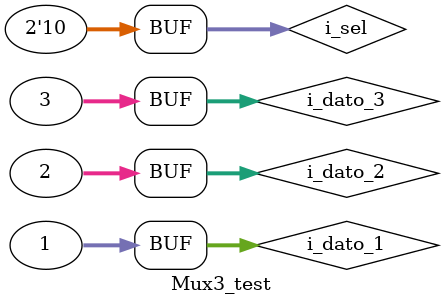
<source format=v>
`timescale 1ns/1ns

module Mux3_test();

    reg [1:0] i_sel;
    reg [31:0] i_dato_1;
    reg [31:0] i_dato_2;
    reg [31:0] i_dato_3;
    wire [31:0] o_dato;

    Mux3 mux3( i_sel, i_dato_1, i_dato_2, i_dato_3, o_dato);

    initial begin
        // Test Case 1
        i_sel = 0;
        i_dato_1 = 32'h0001;
        i_dato_2 = 32'h0002;
        i_dato_3 = 32'h0003;
        #5;
        
        // Test Case 2
        i_sel = 1;
        #5;
        
        // Test Case 3
        i_sel = 2;
    end

endmodule

</source>
